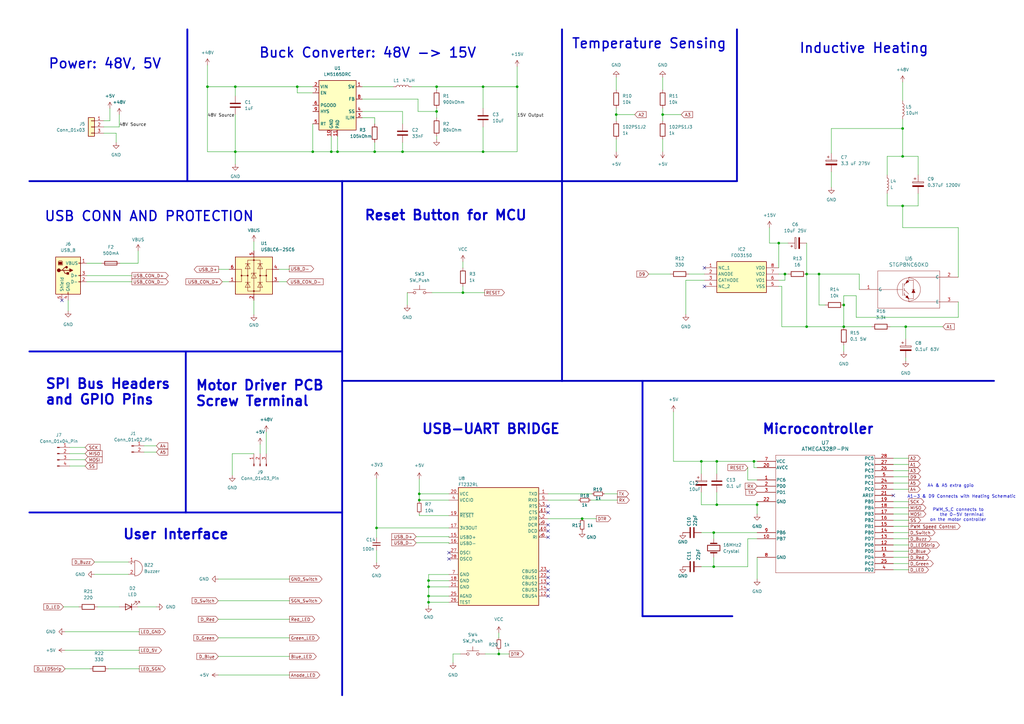
<source format=kicad_sch>
(kicad_sch (version 20230121) (generator eeschema)
  (paper "A3")
  (title_block (title "Fufu Pot Schematic") (date "2023-10-25") (rev "1") (company "Generate") (comment 1 "Reviewers: Andrew Abrego, Nick DePatie") (comment 2 "Lead Engineer: Elise Cooke") (comment 3 "Engineers: Katie Dewhurst, Catherine Menten, Luis Rodriguez"))
  (junction (at 198.12 62.23))
  (junction (at 294.005 189.23))
  (junction (at 370.205 84.455))
  (junction (at 179.07 35.56))
  (junction (at 252.73 46.99))
  (junction (at 335.915 112.395))
  (junction (at 165.1 62.23))
  (junction (at 330.835 112.395))
  (junction (at 189.865 120.015))
  (junction (at 346.075 125.095))
  (junction (at 198.12 35.56))
  (junction (at 294.005 207.01))
  (junction (at 371.475 133.985))
  (junction (at 175.768 247.015))
  (junction (at 330.835 133.985))
  (junction (at 319.405 99.695))
  (junction (at 154.432 216.535))
  (junction (at 171.958 202.565))
  (junction (at 292.735 232.41))
  (junction (at 287.655 189.23))
  (junction (at 346.075 133.985))
  (junction (at 204.597 268.224))
  (junction (at 292.735 218.44))
  (junction (at 171.958 205.105))
  (junction (at 212.09 35.56))
  (junction (at 121.92 35.56))
  (junction (at 138.43 62.23))
  (junction (at 96.52 35.56))
  (junction (at 321.945 112.395))
  (junction (at 175.768 240.665))
  (junction (at 179.07 45.72))
  (junction (at 96.52 62.23))
  (junction (at 370.205 52.705))
  (junction (at 135.89 62.23))
  (junction (at 128.27 62.23))
  (junction (at 370.205 64.135))
  (junction (at 238.76 212.725))
  (junction (at 85.09 35.56))
  (junction (at 153.67 62.23))
  (junction (at 309.245 189.23))
  (junction (at 271.78 46.99))
  (junction (at 175.768 238.125))
  (junction (at 310.515 207.01))
  (junction (at 175.768 244.475))
  (no_connect (at 184.15 229.235))
  (no_connect (at 224.79 215.265))
  (no_connect (at 366.395 203.2))
  (no_connect (at 224.79 217.805))
  (no_connect (at 224.79 207.645))
  (no_connect (at 224.79 210.185))
  (no_connect (at 25.4 123.19))
  (no_connect (at 224.79 244.475))
  (no_connect (at 288.925 109.855))
  (no_connect (at 224.79 220.345))
  (no_connect (at 224.79 239.395))
  (no_connect (at 184.15 226.695))
  (no_connect (at 224.79 234.315))
  (no_connect (at 224.79 236.855))
  (no_connect (at 288.925 117.475))
  (no_connect (at 224.79 241.935))
  (wire (pts (xy 85.09 35.56) (xy 85.09 62.23)))
  (wire (pts (xy 319.405 112.395) (xy 321.945 112.395)))
  (wire (pts (xy 148.59 35.56) (xy 161.29 35.56)))
  (wire (pts (xy 175.7765 240.7205) (xy 175.768 240.665)))
  (wire (pts (xy 352.425 112.395) (xy 352.425 118.745)))
  (wire (pts (xy 35.56 115.57) (xy 54.102 115.57)))
  (wire (pts (xy 294.005 201.93) (xy 294.005 207.01)))
  (wire (pts (xy 154.432 225.679) (xy 154.432 230.759)))
  (wire (pts (xy 310.515 207.01) (xy 310.515 210.82)))
  (wire (pts (xy 198.12 35.56) (xy 212.09 35.56)))
  (wire (pts (xy 363.855 79.375) (xy 363.855 84.455)))
  (wire (pts (xy 310.515 189.23) (xy 309.245 189.23)))
  (wire (pts (xy 189.865 107.315) (xy 189.865 109.855)))
  (wire (pts (xy 238.76 212.725) (xy 244.602 212.725)))
  (wire (pts (xy 363.855 64.135) (xy 370.205 64.135)))
  (wire (pts (xy 330.835 112.395) (xy 335.915 112.395)))
  (wire (pts (xy 287.655 201.93) (xy 287.655 207.01)))
  (wire (pts (xy 179.07 45.72) (xy 179.07 48.26)))
  (wire (pts (xy 335.915 112.395) (xy 352.425 112.395)))
  (wire (pts (xy 175.7765 238.1805) (xy 184.1585 238.1805)))
  (wire (pts (xy 287.655 207.01) (xy 294.005 207.01)))
  (wire (pts (xy 294.005 189.23) (xy 309.245 189.23)))
  (wire (pts (xy 89.535 246.38) (xy 118.745 246.38)))
  (wire (pts (xy 28.575 191.135) (xy 34.925 191.135)))
  (wire (pts (xy 366.395 198.12) (xy 372.745 198.12)))
  (polyline (pts (xy 140.335 156.21) (xy 230.505 156.21)) (stroke (width 0.75)))
  (wire (pts (xy 346.075 125.095) (xy 346.075 133.985)))
  (wire (pts (xy 292.735 228.6) (xy 292.735 232.41)))
  (wire (pts (xy 266.065 112.395) (xy 274.955 112.395)))
  (wire (pts (xy 366.395 195.58) (xy 372.745 195.58)))
  (wire (pts (xy 319.405 114.935) (xy 321.945 114.935)))
  (wire (pts (xy 121.92 35.56) (xy 128.27 35.56)))
  (wire (pts (xy 306.705 191.77) (xy 306.705 196.85)))
  (wire (pts (xy 292.735 218.44) (xy 310.515 218.44)))
  (wire (pts (xy 366.395 213.36) (xy 372.745 213.36)))
  (wire (pts (xy 175.7765 235.6405) (xy 175.768 238.125)))
  (wire (pts (xy 366.395 193.04) (xy 372.745 193.04)))
  (wire (pts (xy 28.575 186.055) (xy 34.925 186.055)))
  (wire (pts (xy 171.958 202.565) (xy 171.958 205.105)))
  (wire (pts (xy 171.958 210.693) (xy 171.958 211.455)))
  (wire (pts (xy 165.1 58.42) (xy 165.1 62.23)))
  (wire (pts (xy 85.09 26.67) (xy 85.09 35.56)))
  (wire (pts (xy 271.78 44.45) (xy 271.78 46.99)))
  (wire (pts (xy 366.395 223.52) (xy 372.745 223.52)))
  (wire (pts (xy 371.475 146.685) (xy 371.475 147.955)))
  (wire (pts (xy 319.405 99.695) (xy 319.405 109.855)))
  (wire (pts (xy 287.655 189.23) (xy 287.655 194.31)))
  (wire (pts (xy 363.855 84.455) (xy 370.205 84.455)))
  (polyline (pts (xy 230.505 74.295) (xy 230.505 156.21)) (stroke (width 0.75)))
  (wire (pts (xy 28.575 188.595) (xy 34.925 188.595)))
  (wire (pts (xy 189.865 120.015) (xy 198.755 120.015)))
  (wire (pts (xy 185.801 268.224) (xy 188.849 268.224)))
  (wire (pts (xy 95.25 186.055) (xy 104.14 186.055)))
  (wire (pts (xy 45.085 44.45) (xy 45.085 49.53)))
  (wire (pts (xy 153.67 48.26) (xy 153.67 50.8)))
  (wire (pts (xy 184.15 205.105) (xy 171.958 205.105)))
  (wire (pts (xy 40.005 248.92) (xy 48.895 248.92)))
  (wire (pts (xy 323.215 99.695) (xy 319.405 99.695)))
  (wire (pts (xy 35.56 113.03) (xy 54.102 113.03)))
  (wire (pts (xy 306.705 220.98) (xy 310.515 220.98)))
  (wire (pts (xy 95.25 186.055) (xy 95.25 194.945)))
  (wire (pts (xy 89.535 237.49) (xy 118.745 237.49)))
  (wire (pts (xy 346.075 121.285) (xy 346.075 125.095)))
  (polyline (pts (xy 12.065 210.185) (xy 140.335 210.185)) (stroke (width 0.75)))
  (wire (pts (xy 366.395 233.68) (xy 372.745 233.68)))
  (wire (pts (xy 252.73 46.99) (xy 252.73 49.53)))
  (wire (pts (xy 89.535 254) (xy 118.745 254)))
  (wire (pts (xy 370.205 64.135) (xy 376.555 64.135)))
  (wire (pts (xy 165.1 62.23) (xy 153.67 62.23)))
  (wire (pts (xy 48.895 52.07) (xy 42.545 52.07)))
  (wire (pts (xy 252.73 31.75) (xy 252.73 36.83)))
  (wire (pts (xy 184.1585 235.6405) (xy 175.7765 235.6405)))
  (wire (pts (xy 366.395 231.14) (xy 372.745 231.14)))
  (wire (pts (xy 185.801 268.224) (xy 185.801 271.78)))
  (wire (pts (xy 49.276 107.95) (xy 56.642 107.95)))
  (wire (pts (xy 224.79 212.725) (xy 238.76 212.725)))
  (wire (pts (xy 26.67 274.32) (xy 36.83 274.32)))
  (wire (pts (xy 109.22 177.165) (xy 109.22 186.055)))
  (wire (pts (xy 393.065 130.175) (xy 351.155 130.175)))
  (wire (pts (xy 38.735 235.585) (xy 52.705 235.585)))
  (wire (pts (xy 104.14 123.19) (xy 104.14 129.032)))
  (wire (pts (xy 153.67 62.23) (xy 138.43 62.23)))
  (wire (pts (xy 252.73 46.99) (xy 260.35 46.99)))
  (wire (pts (xy 346.075 141.605) (xy 346.075 144.145)))
  (wire (pts (xy 247.904 202.565) (xy 253.238 202.565)))
  (wire (pts (xy 138.43 62.23) (xy 138.43 55.88)))
  (polyline (pts (xy 302.26 12.065) (xy 302.26 74.295)) (stroke (width 0.75)))
  (wire (pts (xy 198.12 52.07) (xy 198.12 62.23)))
  (wire (pts (xy 96.52 35.56) (xy 121.92 35.56)))
  (polyline (pts (xy 230.505 12.065) (xy 230.505 74.295)) (stroke (width 0.75)))
  (wire (pts (xy 89.662 110.49) (xy 93.98 110.49)))
  (wire (pts (xy 363.855 71.755) (xy 363.855 64.135)))
  (wire (pts (xy 212.09 27.305) (xy 212.09 35.56)))
  (wire (pts (xy 171.45 45.72) (xy 179.07 45.72)))
  (wire (pts (xy 309.245 191.77) (xy 309.245 189.23)))
  (wire (pts (xy 48.895 46.99) (xy 48.895 52.07)))
  (wire (pts (xy 271.78 57.15) (xy 271.78 62.23)))
  (wire (pts (xy 35.56 107.95) (xy 41.656 107.95)))
  (wire (pts (xy 252.73 44.45) (xy 252.73 46.99)))
  (wire (pts (xy 148.59 45.72) (xy 165.1 45.72)))
  (wire (pts (xy 114.3 115.57) (xy 117.602 115.57)))
  (wire (pts (xy 171.958 205.613) (xy 171.958 205.105)))
  (wire (pts (xy 288.925 114.935) (xy 281.305 114.935)))
  (wire (pts (xy 294.005 189.23) (xy 294.005 194.31)))
  (wire (pts (xy 27.94 123.19) (xy 27.94 127.508)))
  (wire (pts (xy 315.595 99.695) (xy 319.405 99.695)))
  (wire (pts (xy 135.89 55.88) (xy 135.89 62.23)))
  (wire (pts (xy 47.625 58.42) (xy 47.625 54.61)))
  (polyline (pts (xy 300.355 252.73) (xy 263.525 252.73)) (stroke (width 0.75)))
  (wire (pts (xy 366.395 218.44) (xy 372.745 218.44)))
  (wire (pts (xy 287.655 189.23) (xy 294.005 189.23)))
  (wire (pts (xy 330.835 133.985) (xy 346.075 133.985)))
  (wire (pts (xy 26.035 248.92) (xy 32.385 248.92)))
  (wire (pts (xy 165.1 45.72) (xy 165.1 50.8)))
  (wire (pts (xy 366.395 210.82) (xy 372.745 210.82)))
  (wire (pts (xy 171.958 211.455) (xy 184.15 211.455)))
  (wire (pts (xy 204.597 268.224) (xy 208.915 268.224)))
  (wire (pts (xy 175.768 247.015) (xy 175.768 244.475)))
  (wire (pts (xy 370.205 84.455) (xy 376.555 84.455)))
  (wire (pts (xy 175.7765 240.7205) (xy 184.1585 240.7205)))
  (wire (pts (xy 118.618 110.49) (xy 118.618 110.236)))
  (wire (pts (xy 292.735 232.41) (xy 306.705 232.41)))
  (wire (pts (xy 170.688 220.091) (xy 184.15 220.091)))
  (wire (pts (xy 281.305 114.935) (xy 281.305 128.905)))
  (wire (pts (xy 351.155 121.285) (xy 346.075 121.285)))
  (wire (pts (xy 271.78 46.99) (xy 279.4 46.99)))
  (wire (pts (xy 310.515 228.6) (xy 310.515 237.49)))
  (wire (pts (xy 320.675 117.475) (xy 319.405 117.475)))
  (wire (pts (xy 45.085 49.53) (xy 42.545 49.53)))
  (wire (pts (xy 184.15 222.631) (xy 184.15 222.885)))
  (wire (pts (xy 271.78 31.75) (xy 271.78 36.83)))
  (wire (pts (xy 128.27 62.23) (xy 135.89 62.23)))
  (wire (pts (xy 370.205 93.345) (xy 393.065 93.345)))
  (wire (pts (xy 335.915 125.095) (xy 338.455 125.095)))
  (wire (pts (xy 252.73 57.15) (xy 252.73 62.23)))
  (wire (pts (xy 38.735 230.505) (xy 52.705 230.505)))
  (wire (pts (xy 292.735 218.44) (xy 292.735 220.98)))
  (wire (pts (xy 91.186 115.57) (xy 93.98 115.57)))
  (wire (pts (xy 366.395 205.74) (xy 372.745 205.74)))
  (wire (pts (xy 393.065 93.345) (xy 393.065 113.665)))
  (wire (pts (xy 96.52 62.23) (xy 85.09 62.23)))
  (wire (pts (xy 165.1 62.23) (xy 198.12 62.23)))
  (wire (pts (xy 171.958 196.469) (xy 171.958 202.565)))
  (wire (pts (xy 171.45 40.64) (xy 171.45 45.72)))
  (wire (pts (xy 89.535 261.62) (xy 118.745 261.62)))
  (wire (pts (xy 376.555 79.375) (xy 376.555 84.455)))
  (wire (pts (xy 276.225 189.23) (xy 287.655 189.23)))
  (wire (pts (xy 198.12 35.56) (xy 198.12 44.45)))
  (wire (pts (xy 128.27 38.1) (xy 121.92 38.1)))
  (polyline (pts (xy 12.065 74.295) (xy 230.505 74.295)) (stroke (width 0.75)))
  (wire (pts (xy 346.075 133.985) (xy 357.505 133.985)))
  (wire (pts (xy 224.79 202.565) (xy 242.824 202.565)))
  (wire (pts (xy 351.155 130.175) (xy 351.155 121.285)))
  (wire (pts (xy 106.68 182.245) (xy 106.68 186.055)))
  (wire (pts (xy 177.165 120.015) (xy 189.865 120.015)))
  (wire (pts (xy 310.515 196.85) (xy 306.705 196.85)))
  (wire (pts (xy 171.958 202.565) (xy 184.15 202.565)))
  (wire (pts (xy 366.395 200.66) (xy 372.745 200.66)))
  (polyline (pts (xy 12.065 144.145) (xy 140.335 144.145)) (stroke (width 0.75)))
  (wire (pts (xy 28.575 183.515) (xy 34.925 183.515)))
  (wire (pts (xy 59.055 182.88) (xy 64.135 182.88)))
  (wire (pts (xy 330.835 99.695) (xy 330.835 112.395)))
  (wire (pts (xy 175.768 240.665) (xy 175.768 244.475)))
  (wire (pts (xy 321.945 112.395) (xy 323.215 112.395)))
  (wire (pts (xy 271.78 46.99) (xy 271.78 49.53)))
  (wire (pts (xy 85.09 35.56) (xy 96.52 35.56)))
  (wire (pts (xy 167.005 120.015) (xy 167.005 125.095)))
  (polyline (pts (xy 263.525 252.73) (xy 263.525 156.21)) (stroke (width 0.75)))
  (wire (pts (xy 366.395 215.9) (xy 372.745 215.9)))
  (wire (pts (xy 282.575 112.395) (xy 288.925 112.395)))
  (wire (pts (xy 366.395 187.96) (xy 372.745 187.96)))
  (wire (pts (xy 330.835 112.395) (xy 330.835 133.985)))
  (wire (pts (xy 114.3 110.49) (xy 118.618 110.49)))
  (wire (pts (xy 179.07 44.45) (xy 179.07 45.72)))
  (wire (pts (xy 154.432 216.535) (xy 184.15 216.535)))
  (wire (pts (xy 198.12 62.23) (xy 212.09 62.23)))
  (wire (pts (xy 371.475 133.985) (xy 386.715 133.985)))
  (wire (pts (xy 370.205 52.705) (xy 370.205 64.135)))
  (polyline (pts (xy 302.26 74.295) (xy 230.505 74.295)) (stroke (width 0.75)))
  (wire (pts (xy 371.475 133.985) (xy 371.475 139.065)))
  (wire (pts (xy 89.535 276.86) (xy 118.745 276.86)))
  (polyline (pts (xy 140.335 74.295) (xy 140.335 156.21)) (stroke (width 0.75)))
  (wire (pts (xy 128.27 50.8) (xy 128.27 62.23)))
  (wire (pts (xy 148.59 40.64) (xy 171.45 40.64)))
  (wire (pts (xy 370.205 84.455) (xy 370.205 93.345)))
  (wire (pts (xy 26.67 266.7) (xy 57.15 266.7)))
  (wire (pts (xy 96.52 39.37) (xy 96.52 35.56)))
  (wire (pts (xy 179.07 35.56) (xy 179.07 36.83)))
  (wire (pts (xy 366.395 226.06) (xy 372.745 226.06)))
  (wire (pts (xy 370.205 52.705) (xy 340.995 52.705)))
  (polyline (pts (xy 76.2 144.145) (xy 76.2 210.185)) (stroke (width 0.75)))
  (wire (pts (xy 310.515 191.77) (xy 309.245 191.77)))
  (wire (pts (xy 294.005 207.01) (xy 310.515 207.01)))
  (wire (pts (xy 204.597 259.588) (xy 204.597 261.62)))
  (wire (pts (xy 276.225 189.23) (xy 276.225 168.91)))
  (wire (pts (xy 175.768 248.539) (xy 175.768 247.015)))
  (wire (pts (xy 204.597 266.7) (xy 204.597 268.224)))
  (wire (pts (xy 212.09 62.23) (xy 212.09 35.56)))
  (wire (pts (xy 365.125 133.985) (xy 371.475 133.985)))
  (wire (pts (xy 44.45 274.32) (xy 57.15 274.32)))
  (wire (pts (xy 189.865 117.475) (xy 189.865 120.015)))
  (wire (pts (xy 340.995 52.705) (xy 340.995 62.865)))
  (wire (pts (xy 287.655 232.41) (xy 292.735 232.41)))
  (wire (pts (xy 135.89 62.23) (xy 138.43 62.23)))
  (wire (pts (xy 242.316 205.105) (xy 253.238 205.105)))
  (wire (pts (xy 26.67 259.08) (xy 57.15 259.08)))
  (wire (pts (xy 321.945 114.935) (xy 321.945 112.395)))
  (wire (pts (xy 96.52 62.23) (xy 96.52 67.31)))
  (wire (pts (xy 370.205 48.895) (xy 370.205 52.705)))
  (wire (pts (xy 366.395 220.98) (xy 372.745 220.98)))
  (wire (pts (xy 287.655 218.44) (xy 292.735 218.44)))
  (wire (pts (xy 320.675 133.985) (xy 330.835 133.985)))
  (wire (pts (xy 104.14 99.06) (xy 104.14 102.87)))
  (wire (pts (xy 184.15 220.091) (xy 184.15 220.345)))
  (polyline (pts (xy 140.335 285.115) (xy 140.335 156.21)) (stroke (width 0.75)))
  (wire (pts (xy 310.515 205.74) (xy 310.515 207.01)))
  (wire (pts (xy 315.595 93.345) (xy 315.595 99.695)))
  (wire (pts (xy 168.91 35.56) (xy 179.07 35.56)))
  (wire (pts (xy 56.515 248.92) (xy 64.135 248.92)))
  (polyline (pts (xy 76.835 12.065) (xy 76.835 74.295)) (stroke (width 0.75)))
  (wire (pts (xy 96.52 62.23) (xy 128.27 62.23)))
  (wire (pts (xy 175.768 238.125) (xy 175.768 240.665)))
  (wire (pts (xy 366.395 190.5) (xy 372.745 190.5)))
  (wire (pts (xy 376.555 64.135) (xy 376.555 71.755)))
  (wire (pts (xy 175.768 244.475) (xy 184.15 244.475)))
  (wire (pts (xy 175.7765 238.1805) (xy 175.768 238.125)))
  (polyline (pts (xy 230.505 156.21) (xy 407.67 156.21)) (stroke (width 0.75)))
  (wire (pts (xy 306.705 232.41) (xy 306.705 220.98)))
  (wire (pts (xy 320.675 133.985) (xy 320.675 117.475)))
  (wire (pts (xy 148.59 48.26) (xy 153.67 48.26)))
  (wire (pts (xy 154.432 216.535) (xy 154.432 220.599)))
  (wire (pts (xy 154.432 196.215) (xy 154.432 216.535)))
  (wire (pts (xy 179.07 35.56) (xy 198.12 35.56)))
  (wire (pts (xy 89.535 269.24) (xy 118.745 269.24)))
  (wire (pts (xy 366.395 228.6) (xy 372.745 228.6)))
  (wire (pts (xy 170.688 222.631) (xy 184.15 222.631)))
  (wire (pts (xy 121.92 38.1) (xy 121.92 35.56)))
  (wire (pts (xy 335.915 112.395) (xy 335.915 125.095)))
  (wire (pts (xy 393.065 123.825) (xy 393.065 130.175)))
  (wire (pts (xy 224.79 205.105) (xy 237.236 205.105)))
  (wire (pts (xy 59.055 185.42) (xy 64.135 185.42)))
  (wire (pts (xy 366.395 208.28) (xy 372.745 208.28)))
  (wire (pts (xy 47.625 54.61) (xy 42.545 54.61)))
  (wire (pts (xy 153.67 58.42) (xy 153.67 62.23)))
  (wire (pts (xy 199.009 268.224) (xy 204.597 268.224)))
  (wire (pts (xy 179.07 55.88) (xy 179.07 57.15)))
  (wire (pts (xy 340.995 70.485) (xy 340.995 76.835)))
  (wire (pts (xy 96.52 46.99) (xy 96.52 62.23)))
  (wire (pts (xy 175.768 247.015) (xy 184.15 247.015)))
  (wire (pts (xy 56.642 107.95) (xy 56.642 102.87)))
  (wire (pts (xy 370.205 33.655) (xy 370.205 41.275)))
  (text "USB CONN AND PROTECTION\n" (at 18.034 91.186 0) (effects (font (size 4 4) (thickness 0.6) bold) (justify left bottom)))
  (text "Motor Driver PCB \nScrew Terminal" (at 80.01 167.005 0) (effects (font (size 4 4) (thickness 0.8) bold) (justify left bottom)))
  (text "A4 & A5 extra gpio\n" (at 380.365 200.025 0) (effects (font (size 1.27 1.27)) (justify left bottom)))
  (text "A1-3 & D9 Connects with Heating Schematic" (at 372.11 204.47 0) (effects (font (size 1.27 1.27)) (justify left bottom)))
  (text "User Interface" (at 50.165 221.615 0) (effects (font (size 4 4) bold) (justify left bottom)))
  (text "Microcontroller" (at 312.42 178.435 0) (effects (font (size 4 4) (thickness 0.8) bold) (justify left bottom)))
  (text "PWM_S_C connects to \nthe 0-5V terminal \non the motor controller" (at 404.495 213.995 0) (effects (font (size 1.27 1.27)) (justify right bottom)))
  (text "USB-UART BRIDGE \n" (at 172.72 178.435 0) (effects (font (size 4 4) (thickness 0.8) bold) (justify left bottom)))
  (text "Inductive Heating" (at 327.66 22.225 0) (effects (font (size 4 4) (thickness 0.6) bold) (justify left bottom)))
  (text "Buck Converter: 48V -> 15V" (at 106.045 24.13 0) (effects (font (size 4 4) (thickness 0.6) bold) (justify left bottom)))
  (text "Power: 48V, 5V" (at 19.685 28.575 0) (effects (font (size 4 4) (thickness 0.6) bold) (justify left bottom)))
  (text "Temperature Sensing" (at 234.315 20.32 0) (effects (font (size 4 4) (thickness 0.6) bold) (justify left bottom)))
  (text "SPI Bus Headers \nand GPIO Pins" (at 18.415 166.37 0) (effects (font (size 4 4) (thickness 0.8) bold) (justify left bottom)))
  (text "Reset Button for MCU\n" (at 149.225 90.805 0) (effects (font (size 4 4) (thickness 0.8) bold) (justify left bottom)))
  (label "15V Output" (at 212.09 48.26 0))
  (label "48V Source" (at 48.895 52.07 0))
  (label "48V Source" (at 85.09 48.26 0))
  (global_label "USB_CON_D-" (shape input) (at 117.602 115.57 0) (property "Intersheetrefs" "${INTERSHEET_REFS}" (effects hide)))
  (global_label "A1" (shape output) (at 372.745 190.5 0) (property "Intersheetrefs" "${INTERSHEET_REFS}" (effects hide)))
  (global_label "D_Green" (shape input) (at 89.535 261.62 180) (property "Intersheetrefs" "${INTERSHEET_REFS}" (effects hide)))
  (global_label "DTR" (shape output) (at 244.602 212.725 0) (property "Intersheetrefs" "${INTERSHEET_REFS}" (effects hide)))
  (global_label "RESET" (shape input) (at 306.705 191.77 180) (property "Intersheetrefs" "${INTERSHEET_REFS}" (effects hide)))
  (global_label "D_Blue" (shape input) (at 89.535 269.24 180) (property "Intersheetrefs" "${INTERSHEET_REFS}" (effects hide)))
  (global_label "Anode_LED" (shape output) (at 118.745 276.86 0) (property "Intersheetrefs" "${INTERSHEET_REFS}" (effects hide)))
  (global_label "USB_CON_D+" (shape output) (at 54.102 113.03 0) (property "Intersheetrefs" "${INTERSHEET_REFS}" (effects hide)))
  (global_label "RESET" (shape output) (at 198.755 120.015 0) (property "Intersheetrefs" "${INTERSHEET_REFS}" (effects hide)))
  (global_label "D_LEDStrip" (shape input) (at 26.67 274.32 180) (property "Intersheetrefs" "${INTERSHEET_REFS}" (effects hide)))
  (global_label "D9" (shape output) (at 372.745 195.58 0) (property "Intersheetrefs" "${INTERSHEET_REFS}" (effects hide)))
  (global_label "D_Switch" (shape output) (at 372.745 218.44 0) (property "Intersheetrefs" "${INTERSHEET_REFS}" (effects hide)))
  (global_label "SS" (shape output) (at 372.745 213.36 0) (property "Intersheetrefs" "${INTERSHEET_REFS}" (effects hide)))
  (global_label "PWM Speed Control" (shape output) (at 372.745 215.9 0) (property "Intersheetrefs" "${INTERSHEET_REFS}" (effects hide)))
  (global_label "D_Blue" (shape output) (at 372.745 226.06 0) (property "Intersheetrefs" "${INTERSHEET_REFS}" (effects hide)))
  (global_label "Green_LED" (shape output) (at 118.745 261.62 0) (property "Intersheetrefs" "${INTERSHEET_REFS}" (effects hide)))
  (global_label "USB_D-" (shape input) (at 170.688 222.631 180) (property "Intersheetrefs" "${INTERSHEET_REFS}" (effects hide)))
  (global_label "USB_D+" (shape input) (at 170.688 220.091 180) (property "Intersheetrefs" "${INTERSHEET_REFS}" (effects hide)))
  (global_label "MOSI" (shape output) (at 372.745 210.82 0) (property "Intersheetrefs" "${INTERSHEET_REFS}" (effects hide)))
  (global_label "GND_Switch" (shape output) (at 118.745 237.49 0) (property "Intersheetrefs" "${INTERSHEET_REFS}" (effects hide)))
  (global_label "A4" (shape input) (at 64.135 182.88 0) (property "Intersheetrefs" "${INTERSHEET_REFS}" (effects hide)))
  (global_label "LED_5V" (shape output) (at 57.15 266.7 0) (property "Intersheetrefs" "${INTERSHEET_REFS}" (effects hide)))
  (global_label "USB_D+" (shape output) (at 89.662 110.49 180) (property "Intersheetrefs" "${INTERSHEET_REFS}" (effects hide)))
  (global_label "TX" (shape output) (at 253.238 202.565 0) (property "Intersheetrefs" "${INTERSHEET_REFS}" (effects hide)))
  (global_label "TX" (shape input) (at 310.515 201.93 180) (property "Intersheetrefs" "${INTERSHEET_REFS}" (effects hide)))
  (global_label "A3" (shape input) (at 279.4 46.99 0) (property "Intersheetrefs" "${INTERSHEET_REFS}" (effects hide)))
  (global_label "MOSI" (shape input) (at 34.925 188.595 0) (property "Intersheetrefs" "${INTERSHEET_REFS}" (effects hide)))
  (global_label "SGN_Switch" (shape output) (at 118.745 246.38 0) (property "Intersheetrefs" "${INTERSHEET_REFS}" (effects hide)))
  (global_label "D_Switch" (shape input) (at 89.535 246.38 180) (property "Intersheetrefs" "${INTERSHEET_REFS}" (effects hide)))
  (global_label "LED_GND" (shape output) (at 57.15 259.08 0) (property "Intersheetrefs" "${INTERSHEET_REFS}" (effects hide)))
  (global_label "USB_D-" (shape output) (at 118.618 110.236 0) (property "Intersheetrefs" "${INTERSHEET_REFS}" (effects hide)))
  (global_label "D_Buzz" (shape input) (at 38.735 230.505 180) (property "Intersheetrefs" "${INTERSHEET_REFS}" (effects hide)))
  (global_label "D_Red" (shape output) (at 372.745 228.6 0) (property "Intersheetrefs" "${INTERSHEET_REFS}" (effects hide)))
  (global_label "D_Red" (shape input) (at 89.535 254 180) (property "Intersheetrefs" "${INTERSHEET_REFS}" (effects hide)))
  (global_label "A1" (shape input) (at 386.715 133.985 0) (property "Intersheetrefs" "${INTERSHEET_REFS}" (effects hide)))
  (global_label "USB_CON_D+" (shape input) (at 91.186 115.57 180) (property "Intersheetrefs" "${INTERSHEET_REFS}" (effects hide)))
  (global_label "SCK" (shape output) (at 372.745 205.74 0) (property "Intersheetrefs" "${INTERSHEET_REFS}" (effects hide)))
  (global_label "DTR" (shape output) (at 208.915 268.224 0) (property "Intersheetrefs" "${INTERSHEET_REFS}" (effects hide)))
  (global_label "D_Green" (shape output) (at 372.745 231.14 0) (property "Intersheetrefs" "${INTERSHEET_REFS}" (effects hide)))
  (global_label "RX" (shape output) (at 253.238 205.105 0) (property "Intersheetrefs" "${INTERSHEET_REFS}" (effects hide)))
  (global_label "D_LEDStrip" (shape output) (at 372.745 223.52 0) (property "Intersheetrefs" "${INTERSHEET_REFS}" (effects hide)))
  (global_label "A2" (shape input) (at 260.35 46.99 0) (property "Intersheetrefs" "${INTERSHEET_REFS}" (effects hide)))
  (global_label "MISO" (shape input) (at 34.925 186.055 0) (property "Intersheetrefs" "${INTERSHEET_REFS}" (effects hide)))
  (global_label "A4" (shape output) (at 372.745 200.66 0) (property "Intersheetrefs" "${INTERSHEET_REFS}" (effects hide)))
  (global_label "A3" (shape output) (at 372.745 193.04 0) (property "Intersheetrefs" "${INTERSHEET_REFS}" (effects hide)))
  (global_label "LED_SGN" (shape output) (at 57.15 274.32 0) (property "Intersheetrefs" "${INTERSHEET_REFS}" (effects hide)))
  (global_label "D_LED" (shape input) (at 26.035 248.92 180) (property "Intersheetrefs" "${INTERSHEET_REFS}" (effects hide)))
  (global_label "RX" (shape input) (at 310.515 199.39 180) (property "Intersheetrefs" "${INTERSHEET_REFS}" (effects hide)))
  (global_label "Red_LED" (shape output) (at 118.745 254 0) (property "Intersheetrefs" "${INTERSHEET_REFS}" (effects hide)))
  (global_label "Blue_LED" (shape output) (at 118.745 269.24 0) (property "Intersheetrefs" "${INTERSHEET_REFS}" (effects hide)))
  (global_label "MISO" (shape output) (at 372.745 208.28 0) (property "Intersheetrefs" "${INTERSHEET_REFS}" (effects hide)))
  (global_label "SCK" (shape input) (at 34.925 183.515 0) (property "Intersheetrefs" "${INTERSHEET_REFS}" (effects hide)))
  (global_label "SS" (shape input) (at 34.925 191.135 0) (property "Intersheetrefs" "${INTERSHEET_REFS}" (effects hide)))
  (global_label "A5" (shape input) (at 64.135 185.42 0) (property "Intersheetrefs" "${INTERSHEET_REFS}" (effects hide)))
  (global_label "A2" (shape output) (at 372.745 187.96 0) (property "Intersheetrefs" "${INTERSHEET_REFS}" (effects hide)))
  (global_label "D_Buzz" (shape output) (at 372.745 220.98 0) (property "Intersheetrefs" "${INTERSHEET_REFS}" (effects hide)))
  (global_label "D_LED" (shape output) (at 372.745 233.68 0) (property "Intersheetrefs" "${INTERSHEET_REFS}" (effects hide)))
  (global_label "USB_CON_D-" (shape output) (at 54.102 115.57 0) (property "Intersheetrefs" "${INTERSHEET_REFS}" (effects hide)))
  (global_label "D9" (shape input) (at 266.065 112.395 180) (property "Intersheetrefs" "${INTERSHEET_REFS}" (effects hide)))
  (global_label "A5" (shape output) (at 372.745 198.12 0) (property "Intersheetrefs" "${INTERSHEET_REFS}" (effects hide)))
  (symbol (lib_id "Device:R") (at 189.865 113.665 0) (unit 1)
    (property "Reference" "R3" (at 192.405 112.395 0) (effects (justify left)))
    (property "Value" "1k" (at 192.405 114.935 0) (effects (justify left)))
  )
  (symbol (lib_id "Device:R") (at 342.265 125.095 90) (unit 1)
    (property "Reference" "R14" (at 342.265 118.745 90))
    (property "Value" "10k" (at 342.265 121.285 90))
  )
  (symbol (lib_id "power:GND") (at 252.73 31.75 180) (unit 1)
    (property "Reference" "#PWR027" (effects hide))
    (property "Value" "GND" (at 252.73 26.67 0))
  )
  (symbol (lib_id "power:GND") (at 26.67 259.08 270) (unit 1)
    (property "Reference" "#PWR058" (effects hide))
    (property "Value" "GND" (at 22.86 259.08 90) (effects (justify right)))
  )
  (symbol (lib_id "power:+5V") (at 45.085 44.45 0) (unit 1)
    (property "Reference" "#PWR014" (effects hide))
    (property "Value" "+5V" (at 45.085 39.37 0))
  )
  (symbol (lib_id "Device:R_Small") (at 238.76 215.265 180) (unit 1)
    (property "Reference" "R17" (at 236.474 215.519 0))
    (property "Value" "1k" (at 242.062 215.519 0))
    (property "Footprint" "Resistor_SMD:R_0805_2012Metric" (effects hide))
  )
  (symbol (lib_id "Device:R") (at 361.315 133.985 90) (unit 1)
    (property "Reference" "R16" (at 361.315 127.635 90))
    (property "Value" "3.3k" (at 361.315 130.175 90))
  )
  (symbol (lib_id "Device:R_Small") (at 245.364 202.565 90) (unit 1)
    (property "Reference" "R19" (at 245.11 200.787 90))
    (property "Value" "1k" (at 245.364 204.343 90))
    (property "Footprint" "Resistor_SMD:R_0805_2012Metric" (effects hide))
  )
  (symbol (lib_id "Connector:Conn_01x03_Pin") (at 106.68 191.135 90) (unit 1)
    (property "Reference" "J9" (at 106.68 193.675 90))
    (property "Value" "Conn_01x03_Pin" (at 106.68 196.215 90))
  )
  (symbol (lib_id "power:GND") (at 47.625 58.42 0) (unit 1)
    (property "Reference" "#PWR023" (effects hide))
    (property "Value" "GND" (at 47.625 63.5 0))
  )
  (symbol (lib_id "power:+15V") (at 315.595 93.345 0) (unit 1)
    (property "Reference" "#PWR032" (effects hide))
    (property "Value" "+15V" (at 315.595 88.265 0))
  )
  (symbol (lib_id "power:+48V") (at 109.22 177.165 0) (unit 1)
    (property "Reference" "#PWR045" (effects hide))
    (property "Value" "+48V" (at 109.22 172.085 0))
  )
  (symbol (lib_id "Regulator_Switching:LM5165") (at 138.43 43.18 0) (unit 1)
    (property "Reference" "U1" (at 138.43 27.94 0))
    (property "Value" "LM5165DRC" (at 138.43 30.48 0))
    (property "Footprint" "Package_SON:Texas_S-PVSON-N10_ThermalVias" (effects hide))
    (property "Datasheet" "http://www.ti.com/lit/ds/symlink/lm5165.pdf" (effects hide))
  )
  (symbol (lib_id "STGP8NC60KD:STGP8NC60KD") (at 352.425 118.745 0) (unit 1)
    (property "Reference" "U6" (at 372.745 106.045 0) (effects (font (size 1.524 1.524))))
    (property "Value" "STGP8NC60KD" (at 372.745 108.585 0) (effects (font (size 1.524 1.524))))
    (property "Footprint" "TO-220FP_STM" (effects hide))
    (property "Datasheet" "STGP8NC60KD" (effects hide))
  )
  (symbol (lib_id "Connector:Conn_01x04_Pin") (at 23.495 186.055 0) (unit 1)
    (property "Reference" "J7" (at 24.13 178.435 0))
    (property "Value" "Conn_01x04_Pin" (at 24.13 180.975 0))
  )
  (symbol (lib_id "Device:R") (at 346.075 137.795 0) (unit 1)
    (property "Reference" "R15" (at 348.615 136.525 0) (effects (justify left)))
    (property "Value" "0.1 5W" (at 348.615 139.065 0) (effects (justify left)))
  )
  (symbol (lib_id "Switch:SW_Push") (at 172.085 120.015 0) (unit 1)
    (property "Reference" "SW3" (at 172.085 112.395 0))
    (property "Value" "SW_Push" (at 172.085 114.935 0))
  )
  (symbol (lib_id "power:GND") (at 340.995 76.835 0) (unit 1)
    (property "Reference" "#PWR033" (effects hide))
    (property "Value" "GND" (at 340.995 81.915 0))
  )
  (symbol (lib_id "Device:C") (at 96.52 43.18 0) (unit 1)
    (property "Reference" "C1" (at 100.33 41.91 0) (effects (justify left)))
    (property "Value" "1uF" (at 100.33 44.45 0) (effects (justify left)))
  )
  (symbol (lib_id "power:+15V") (at 212.09 27.305 0) (unit 1)
    (property "Reference" "#PWR01" (effects hide))
    (property "Value" "+15V" (at 212.09 22.225 0))
  )
  (symbol (lib_id "power:+3V3") (at 154.432 196.215 0) (unit 1)
    (property "Reference" "#PWR051" (effects hide))
    (property "Value" "+3V3" (at 154.432 190.627 0))
  )
  (symbol (lib_id "Device:R") (at 252.73 40.64 0) (unit 1)
    (property "Reference" "R10" (at 255.27 39.37 0) (effects (justify left)))
    (property "Value" "10k" (at 255.27 41.91 0) (effects (justify left)))
  )
  (symbol (lib_id "Connector:Conn_01x02_Pin") (at 53.975 182.88 0) (unit 1)
    (property "Reference" "J1" (at 54.61 177.8 0))
    (property "Value" "Conn_01x02_Pin" (at 54.61 180.34 0))
  )
  (symbol (lib_id "Device:R") (at 271.78 53.34 0) (unit 1)
    (property "Reference" "102PS1J3" (at 274.32 52.07 0) (effects (justify left)))
    (property "Value" "1k" (at 274.32 54.61 0) (effects (justify left)))
  )
  (symbol (lib_id "power:GND") (at 95.25 194.945 0) (unit 1)
    (property "Reference" "#PWR043" (effects hide))
    (property "Value" "GND" (at 95.25 200.025 0))
  )
  (symbol (lib_id "power:+5V") (at 171.958 196.469 0) (unit 1)
    (property "Reference" "#PWR053" (effects hide))
    (property "Value" "+5V" (at 171.958 190.881 0))
  )
  (symbol (lib_id "Device:L") (at 363.855 75.565 0) (unit 1)
    (property "Reference" "L4" (at 365.125 74.295 0) (effects (justify left)))
    (property "Value" "L" (at 365.125 76.835 0) (effects (justify left)))
  )
  (symbol (lib_id "power:GND") (at 310.515 210.82 0) (unit 1)
    (property "Reference" "#PWR049" (effects hide))
    (property "Value" "GND" (at 310.515 215.9 0))
  )
  (symbol (lib_id "power:GND") (at 310.515 237.49 0) (unit 1)
    (property "Reference" "#PWR050" (effects hide))
    (property "Value" "GND" (at 310.515 242.57 0))
  )
  (symbol (lib_id "Interface_USB:FT232RL") (at 204.47 226.695 0) (unit 1)
    (property "Reference" "U8" (at 187.96 196.215 0) (effects (justify left)))
    (property "Value" "FT232RL" (at 187.96 198.755 0) (effects (justify left)))
    (property "Footprint" "Package_SO:SSOP-28_5.3x10.2mm_P0.65mm" (effects hide))
    (property "Datasheet" "https://www.ftdichip.com/Support/Documents/DataSheets/ICs/DS_FT232R.pdf" (effects hide))
  )
  (symbol (lib_id "Device:R") (at 327.025 112.395 90) (unit 1)
    (property "Reference" "R13" (at 327.025 106.045 90))
    (property "Value" "16" (at 327.025 108.585 90))
  )
  (symbol (lib_id "power:GND") (at 271.78 31.75 180) (unit 1)
    (property "Reference" "#PWR029" (effects hide))
    (property "Value" "GND" (at 271.78 26.67 0))
  )
  (symbol (lib_id "power:VCC") (at 189.865 107.315 0) (unit 1)
    (property "Reference" "#PWR042" (effects hide))
    (property "Value" "VCC" (at 189.865 102.235 0))
  )
  (symbol (lib_id "power:GND") (at 27.94 127.508 0) (unit 1)
    (property "Reference" "#PWR037" (effects hide))
    (property "Value" "GND" (at 27.94 133.096 0))
  )
  (symbol (lib_id "power:GND") (at 167.005 125.095 0) (unit 1)
    (property "Reference" "#PWR041" (effects hide))
    (property "Value" "GND" (at 167.005 130.175 0))
  )
  (symbol (lib_id "Device:C") (at 283.845 232.41 90) (unit 1)
    (property "Reference" "C11" (at 282.575 229.87 0) (effects (justify left)))
    (property "Value" "22pF" (at 286.385 229.87 0) (effects (justify left)))
    (property "Footprint" "22 pF Cap:CAP_K-SERIES_15-L2_VIS" (effects hide))
  )
  (symbol (lib_id "Device:LED") (at 52.705 248.92 180) (unit 1)
    (property "Reference" "D2" (at 54.2925 241.3 0))
    (property "Value" "LED" (at 54.2925 243.84 0))
  )
  (symbol (lib_id "power:GND") (at 185.801 271.78 0) (unit 1)
    (property "Reference" "#PWR056" (effects hide))
    (property "Value" "GND" (at 185.801 276.86 0))
  )
  (symbol (lib_id "power:GND") (at 371.475 147.955 0) (unit 1)
    (property "Reference" "#PWR036" (effects hide))
    (property "Value" "GND" (at 371.475 153.035 0))
  )
  (symbol (lib_id "power:GND") (at 89.535 237.49 270) (unit 1)
    (property "Reference" "#PWR062" (effects hide))
    (property "Value" "GND" (at 85.725 237.49 90) (effects (justify right)))
  )
  (symbol (lib_id "Device:R") (at 36.195 248.92 90) (unit 1)
    (property "Reference" "R21" (at 36.195 242.57 90))
    (property "Value" "220" (at 36.195 245.11 90))
  )
  (symbol (lib_id "power:+5V") (at 271.78 62.23 180) (unit 1)
    (property "Reference" "#PWR030" (effects hide))
    (property "Value" "+5V" (at 271.78 67.31 0))
  )
  (symbol (lib_id "Device:R") (at 179.07 52.07 0) (unit 1)
    (property "Reference" "R2" (at 181.61 50.8 0) (effects (justify left)))
    (property "Value" "80kOhm" (at 181.61 53.34 0) (effects (justify left)))
  )
  (symbol (lib_id "Device:R") (at 278.765 112.395 90) (unit 1)
    (property "Reference" "R12" (at 278.765 106.045 90))
    (property "Value" "330" (at 278.765 108.585 90))
  )
  (symbol (lib_id "power:GND") (at 280.035 232.41 0) (unit 1)
    (property "Reference" "#PWR048" (effects hide))
    (property "Value" "GND" (at 280.035 236.22 0))
  )
  (symbol (lib_id "power:GND") (at 104.14 129.032 0) (unit 1)
    (property "Reference" "#PWR040" (effects hide))
    (property "Value" "GND" (at 104.14 133.35 0))
  )
  (symbol (lib_id "Device:C") (at 198.12 48.26 0) (unit 1)
    (property "Reference" "C3" (at 201.93 46.99 0) (effects (justify left)))
    (property "Value" "10uF" (at 201.93 49.53 0) (effects (justify left)))
  )
  (symbol (lib_id "Device:R") (at 153.67 54.61 0) (unit 1)
    (property "Reference" "R3" (at 147.32 53.34 0) (effects (justify left)))
    (property "Value" "105kOhm" (at 143.51 55.88 0) (effects (justify left)))
  )
  (symbol (lib_id "Device:C_Polarized") (at 327.025 99.695 90) (unit 1)
    (property "Reference" "C6" (at 326.136 92.075 90))
    (property "Value" "10uF 25V" (at 326.136 94.615 90))
  )
  (symbol (lib_id "power:GND") (at 38.735 235.585 270) (unit 1)
    (property "Reference" "#PWR060" (effects hide))
    (property "Value" "GND" (at 34.925 235.585 90) (effects (justify right)))
  )
  (symbol (lib_id "power:VBUS") (at 56.642 102.87 0) (unit 1)
    (property "Reference" "#PWR038" (effects hide))
    (property "Value" "VBUS" (at 56.642 98.298 0))
  )
  (symbol (lib_id "Device:R_Small") (at 239.776 205.105 90) (unit 1)
    (property "Reference" "R18" (at 239.776 203.327 90))
    (property "Value" "1k" (at 239.776 207.137 90))
    (property "Footprint" "Resistor_SMD:R_0805_2012Metric" (effects hide))
  )
  (symbol (lib_id "Device:R_Small") (at 171.958 208.153 0) (unit 1)
    (property "Reference" "R7" (at 174.244 206.8829 0) (effects (justify left)))
    (property "Value" "10k" (at 174.244 209.4229 0) (effects (justify left)))
    (property "Footprint" "Resistor_SMD:R_0805_2012Metric" (effects hide))
  )
  (symbol (lib_id "power:GND") (at 238.76 217.805 0) (unit 1)
    (property "Reference" "#PWR055" (effects hide))
    (property "Value" "GND" (at 242.57 220.345 0))
  )
  (symbol (lib_id "power:GND") (at 280.035 218.44 0) (unit 1)
    (property "Reference" "#PWR047" (effects hide))
    (property "Value" "GND" (at 280.035 222.25 0))
  )
  (symbol (lib_id "Device:C_Polarized") (at 371.475 142.875 0) (unit 1)
    (property "Reference" "C8" (at 375.285 140.716 0) (effects (justify left)))
    (property "Value" "0.1uF 63V" (at 375.285 143.256 0) (effects (justify left)))
  )
  (symbol (lib_id "Device:C_Small") (at 154.432 223.139 0) (unit 1)
    (property "Reference" "C14" (at 150.114 221.361 0) (effects (justify left)))
    (property "Value" "100n" (at 148.59 225.171 0) (effects (justify left)))
    (property "Footprint" "Capacitor_SMD:C_0805_2012Metric" (effects hide))
  )
  (symbol (lib_id "Device:C_Polarized") (at 376.555 75.565 0) (unit 1)
    (property "Reference" "C9" (at 380.365 73.406 0) (effects (justify left)))
    (property "Value" "0.37uF 1200V" (at 380.365 75.946 0) (effects (justify left)))
  )
  (symbol (lib_id "Device:R") (at 179.07 40.64 0) (unit 1)
    (property "Reference" "R1" (at 181.61 39.37 0) (effects (justify left)))
    (property "Value" "900kOhm" (at 181.61 41.91 0) (effects (justify left)))
  )
  (symbol (lib_id "power:+5V") (at 26.67 266.7 90) (unit 1)
    (property "Reference" "#PWR059" (effects hide))
    (property "Value" "+5V" (at 22.86 266.7 90) (effects (justify left)))
  )
  (symbol (lib_id "Device:C_Polarized") (at 340.995 66.675 0) (unit 1)
    (property "Reference" "C7" (at 344.805 64.516 0) (effects (justify left)))
    (property "Value" "3.3 uF 275V" (at 344.805 67.056 0) (effects (justify left)))
  )
  (symbol (lib_id "FOD3150:FOD3150") (at 288.925 109.855 0) (unit 1)
    (property "Reference" "IC2" (at 304.165 102.235 0))
    (property "Value" "FOD3150" (at 304.165 104.775 0))
    (property "Footprint" "DIP762W56P254L966H508Q8N" (effects hide))
    (property "Datasheet" "https://datasheet.datasheetarchive.com/originals/distributors/Datasheets_SAMA/df8c1664fa11840ec16e91484b8656a2.pdf" (effects hide))
    (property "Height" "5.08" (effects hide))
    (property "Manufacturer_Name" "onsemi" (effects hide))
    (property "Manufacturer_Part_Number" "FOD3150" (effects hide))
    (property "Mouser Part Number" "512-FOD3150" (effects hide))
    (property "Mouser Price/Stock" "https://www.mouser.co.uk/ProductDetail/ON-Semiconductor-Fairchild/FOD3150?qs=0mlrQ0IOoOjtySUxC2xtxw%3D%3D" (effects hide))
    (property "Arrow Part Number" "FOD3150" (effects hide))
    (property "Arrow Price/Stock" "https://www.arrow.com/en/products/fod3150/on-semiconductor?region=nac" (effects hide))
  )
  (symbol (lib_id "power:GND") (at 175.768 248.539 0) (unit 1)
    (property "Reference" "#PWR054" (effects hide))
    (property "Value" "GND" (at 175.768 253.111 0))
  )
  (symbol (lib_id "Device:R") (at 271.78 40.64 0) (unit 1)
    (property "Reference" "R11" (at 274.32 39.37 0) (effects (justify left)))
    (property "Value" "10k" (at 274.32 41.91 0) (effects (justify left)))
  )
  (symbol (lib_id "Device:Buzzer") (at 55.245 233.045 0) (unit 1)
    (property "Reference" "BZ2" (at 59.055 231.775 0) (effects (justify left)))
    (property "Value" "Buzzer" (at 59.055 234.315 0) (effects (justify left)))
  )
  (symbol (lib_id "power:GND") (at 179.07 57.15 0) (unit 1)
    (property "Reference" "#PWR026" (effects hide))
    (property "Value" "GND" (effects hide))
  )
  (symbol (lib_id "Device:C") (at 283.845 218.44 90) (unit 1)
    (property "Reference" "C10" (at 282.575 215.9 0) (effects (justify left)))
    (property "Value" "22pF" (at 285.115 215.9 0) (effects (justify left)))
    (property "Footprint" "22 pF Cap:CAP_K-SERIES_15-L2_VIS" (effects hide))
  )
  (symbol (lib_id "Device:C") (at 294.005 198.12 0) (unit 1)
    (property "Reference" "C13" (at 297.815 196.85 0) (effects (justify left)))
    (property "Value" "0.1 uF" (at 297.815 199.39 0) (effects (justify left)))
  )
  (symbol (lib_id "power:VBUS") (at 104.14 99.06 0) (unit 1)
    (property "Reference" "#PWR039" (effects hide))
    (property "Value" "VBUS" (at 104.14 94.488 0))
  )
  (symbol (lib_id "power:GND") (at 346.075 144.145 0) (unit 1)
    (property "Reference" "#PWR034" (effects hide))
    (property "Value" "GND" (at 346.075 149.225 0))
  )
  (symbol (lib_id "Device:C") (at 165.1 54.61 0) (unit 1)
    (property "Reference" "C2" (at 168.91 53.34 0) (effects (justify left)))
    (property "Value" "33nF" (at 168.91 55.88 0) (effects (justify left)))
  )
  (symbol (lib_id "power:+5V") (at 89.535 276.86 90) (unit 1)
    (property "Reference" "#PWR063" (effects hide))
    (property "Value" "+5V" (at 85.725 276.86 90) (effects (justify left)))
  )
  (symbol (lib_id "power:+5V") (at 252.73 62.23 180) (unit 1)
    (property "Reference" "#PWR028" (effects hide))
    (property "Value" "+5V" (at 252.73 67.31 0))
  )
  (symbol (lib_id "power:+5V") (at 106.68 182.245 0) (unit 1)
    (property "Reference" "#PWR044" (effects hide))
    (property "Value" "+5V" (at 106.68 177.165 0))
  )
  (symbol (lib_id "Device:R_Small") (at 204.597 264.16 180) (unit 1)
    (property "Reference" "R20" (at 202.311 264.414 0))
    (property "Value" "1k" (at 207.899 264.414 0))
    (property "Footprint" "Resistor_SMD:R_0805_2012Metric" (effects hide))
  )
  (symbol (lib_id "2023-10-12_03-24-27:ATMEGA328P-PN") (at 310.515 191.77 0) (unit 1)
    (property "Reference" "U7" (at 338.455 181.61 0) (effects (font (size 1.524 1.524))))
    (property "Value" "ATMEGA328P-PN" (at 338.455 184.15 0) (effects (font (size 1.524 1.524))))
    (property "Footprint" "footprints:28P3_ATM" (effects hide))
    (property "Datasheet" "ATMEGA328P-PN" (effects hide))
  )
  (symbol (lib_id "Device:L") (at 165.1 35.56 90) (unit 1)
    (property "Reference" "L1" (at 162.56 33.02 90))
    (property "Value" "47uH" (at 167.64 33.02 90))
  )
  (symbol (lib_id "power:+48V") (at 85.09 26.67 0) (unit 1)
    (property "Reference" "#PWR02" (effects hide))
    (property "Value" "+48V" (at 85.09 21.59 0))
  )
  (symbol (lib_id "Device:C_Polarized") (at 287.655 198.12 0) (unit 1)
    (property "Reference" "C12" (at 282.575 198.12 0) (effects (justify left)))
    (property "Value" "10uF" (at 282.575 200.66 0) (effects (justify left)))
    (property "Footprint" "10 uF Cap:CAP_YX_5X11_RUB" (effects hide))
  )
  (symbol (lib_id "Connector:USB_B") (at 27.94 113.03 0) (unit 1)
    (property "Reference" "J6" (at 27.94 100.076 0))
    (property "Value" "USB_B" (at 27.94 102.616 0))
    (property "Footprint" "Connector_USB:USB_Micro-B_Amphenol_10104110_Horizontal" (effects hide))
    (property "Datasheet" " ~" (effects hide))
  )
  (symbol (lib_id "Switch:SW_Push") (at 193.929 268.224 0) (unit 1)
    (property "Reference" "SW4" (at 193.929 260.35 0))
    (property "Value" "SW_Push" (at 193.929 262.89 0))
    (property "Footprint" "Button_Switch_SMD:SW_DIP_SPSTx04_Slide_6.7x11.72mm_W6.73mm_P2.54mm_LowProfile_JPin" (effects hide))
  )
  (symbol (lib_id "power:GND") (at 281.305 128.905 0) (unit 1)
    (property "Reference" "#PWR031" (effects hide))
    (property "Value" "GND" (at 281.305 133.985 0))
  )
  (symbol (lib_id "Device:R") (at 40.64 274.32 90) (unit 1)
    (property "Reference" "R22" (at 40.64 267.97 90))
    (property "Value" "330" (at 40.64 270.51 90))
  )
  (symbol (lib_id "power:GND") (at 154.432 230.759 0) (unit 1)
    (property "Reference" "#PWR052" (effects hide))
    (property "Value" "GND" (at 154.432 236.093 0))
  )
  (symbol (lib_id "power:+48V") (at 370.205 33.655 0) (unit 1)
    (property "Reference" "#PWR035" (effects hide))
    (property "Value" "+48V" (at 370.205 28.575 0))
  )
  (symbol (lib_id "power:GND") (at 64.135 248.92 90) (unit 1)
    (property "Reference" "#PWR061" (effects hide))
    (property "Value" "GND" (at 67.945 248.92 90) (effects (justify right)))
  )
  (symbol (lib_id "Device:Crystal") (at 292.735 224.79 90) (unit 1)
    (property "Reference" "16MHz2" (at 296.545 223.52 90) (effects (justify right)))
    (property "Value" "Crystal" (at 296.545 226.06 90) (effects (justify right)))
    (property "Footprint" "16 MHz Xtal Osc:XTAL_ABL-16_ABR" (effects hide))
  )
  (symbol (lib_id "Power_Protection:USBLC6-2SC6") (at 104.14 113.03 0) (unit 1)
    (property "Reference" "U1" (at 106.9087 99.822 0) (effects (justify left)))
    (property "Value" "USBLC6-2SC6" (at 106.9087 102.362 0) (effects (justify left)))
    (property "Footprint" "Package_TO_SOT_SMD:SOT-23-6" (effects hide))
    (property "Datasheet" "https://www.st.com/resource/en/datasheet/usblc6-2.pdf" (effects hide))
  )
  (symbol (lib_id "power:VCC") (at 204.597 259.588 0) (unit 1)
    (property "Reference" "#PWR057" (effects hide))
    (property "Value" "VCC" (at 204.597 254 0))
  )
  (symbol (lib_id "Device:L") (at 370.205 45.085 0) (unit 1)
    (property "Reference" "L5" (at 371.475 43.815 0) (effects (justify left)))
    (property "Value" "10uH" (at 371.475 46.355 0) (effects (justify left)))
  )
  (symbol (lib_id "power:GND") (at 96.52 67.31 0) (unit 1)
    (property "Reference" "#PWR025" (effects hide))
    (property "Value" "GND" (at 96.52 72.39 0))
  )
  (symbol (lib_id "power:+5V") (at 276.225 168.91 0) (unit 1)
    (property "Reference" "#PWR046" (effects hide))
    (property "Value" "+5V" (at 276.225 163.83 0))
  )
  (symbol (lib_id "Connector_Generic:Conn_01x03") (at 37.465 52.07 0) (mirror y) (unit 1)
    (property "Reference" "J5" (at 34.925 50.8 0) (effects (justify left)))
    (property "Value" "Conn_01x03" (at 34.925 53.34 0) (effects (justify left)))
  )
  (symbol (lib_id "Device:Fuse") (at 45.466 107.95 90) (unit 1)
    (property "Reference" "F2" (at 45.466 101.346 90))
    (property "Value" "500mA" (at 45.466 103.886 90))
    (property "Footprint" "Fuse:Fuse_1210_3225Metric" (effects hide))
  )
  (symbol (lib_id "power:+48V") (at 48.895 46.99 0) (unit 1)
    (property "Reference" "#PWR024" (effects hide))
    (property "Value" "+48V" (at 48.895 41.91 0))
  )
  (symbol (lib_id "Device:R") (at 252.73 53.34 0) (unit 1)
    (property "Reference" "102PS1J2" (at 255.27 52.07 0) (effects (justify left)))
    (property "Value" "1k" (at 255.27 54.61 0) (effects (justify left)))
  )
)
</source>
